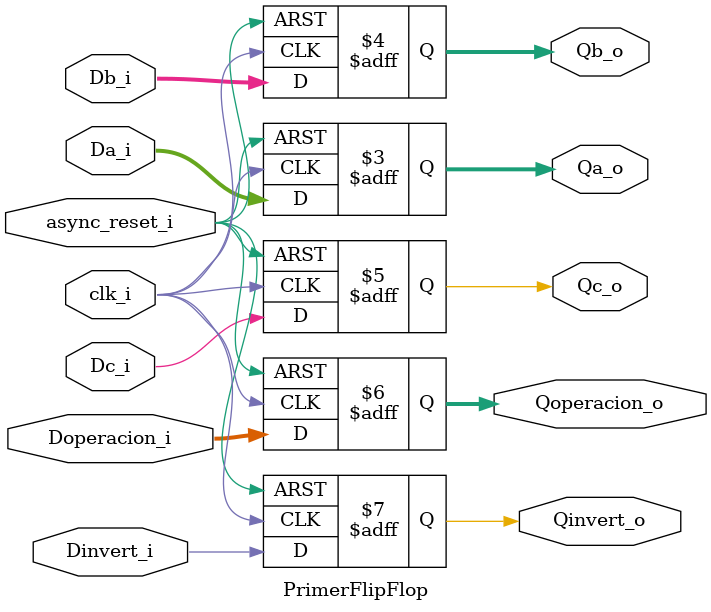
<source format=v>
/*
	Grupo:			5CV3
	Proyecto:		ALU_freq
	Archivo:			RisingEdge_DFlipFlop_SyncReset.v
	Equipo:			Equipo 2
	Integrantes:	Alcaraz Cuevas Victor Hugo
						Montoya Morales Luis Antonio
						Navarrete Becerril Sharon Anette
						Quintana Romero Roberto
						Urdaneta Villalobos Paul Alejandro

	Descripcion:	flip flop D entradas de la ALU
*/

module PrimerFlipFlop(
	
	input clk_i,
	input async_reset_i, 
	
	input [31:0] Da_i, 
	input [31:0] Db_i, 
	input Dc_i,
	input [2:0] Doperacion_i, 
	input Dinvert_i, 
	
	output reg [31:0] Qa_o, 
	output reg [31:0] Qb_o, 
	output reg Qc_o,
	output reg [2:0] Qoperacion_o,
	output reg Qinvert_o
);
	
	always @(posedge clk_i,negedge async_reset_i) 
		begin
			 if(async_reset_i == 1'b0) begin
				  Qa_o <= 1'b0; 
				  Qb_o <= 1'b0;
				  Qc_o <= 1'b0;
				  Qoperacion_o <= 1'b0;
				  Qinvert_o <= 1'b0;
			 end else begin
				  Qa_o <= Da_i; 
				  Qb_o <= Db_i; 
				  Qc_o <= Dc_i; 
				  Qoperacion_o <= Doperacion_i; 
				  Qinvert_o <= Dinvert_i; 
			 end
		end

		
endmodule 



</source>
